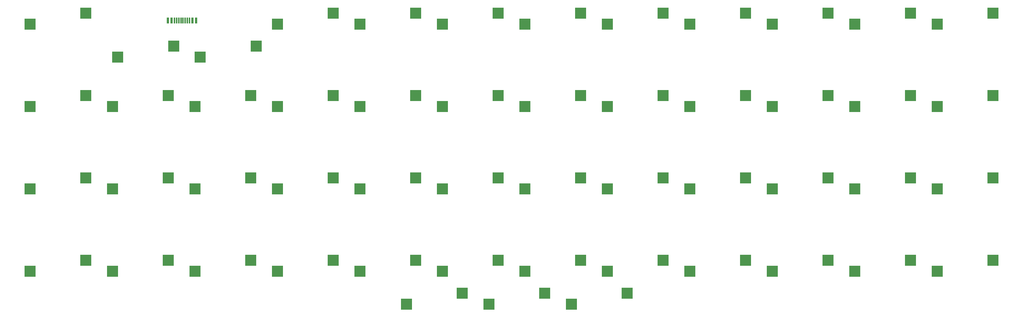
<source format=gbr>
%TF.GenerationSoftware,KiCad,Pcbnew,(6.0.6)*%
%TF.CreationDate,2023-05-08T18:03:42+05:30*%
%TF.ProjectId,Contra,436f6e74-7261-42e6-9b69-6361645f7063,rev?*%
%TF.SameCoordinates,Original*%
%TF.FileFunction,Paste,Bot*%
%TF.FilePolarity,Positive*%
%FSLAX46Y46*%
G04 Gerber Fmt 4.6, Leading zero omitted, Abs format (unit mm)*
G04 Created by KiCad (PCBNEW (6.0.6)) date 2023-05-08 18:03:42*
%MOMM*%
%LPD*%
G01*
G04 APERTURE LIST*
%ADD10R,2.550000X2.500000*%
%ADD11R,0.600000X1.450000*%
%ADD12R,0.300000X1.450000*%
G04 APERTURE END LIST*
D10*
%TO.C,MX1*%
X31015000Y-35560000D03*
X43942000Y-33020000D03*
%TD*%
%TO.C,MX4*%
X88165000Y-35560000D03*
X101092000Y-33020000D03*
%TD*%
%TO.C,MX5*%
X107215000Y-35560000D03*
X120142000Y-33020000D03*
%TD*%
%TO.C,MX6*%
X126265000Y-35560000D03*
X139192000Y-33020000D03*
%TD*%
%TO.C,MX7*%
X145315000Y-35560000D03*
X158242000Y-33020000D03*
%TD*%
%TO.C,MX8*%
X164365000Y-35560000D03*
X177292000Y-33020000D03*
%TD*%
%TO.C,MX9*%
X183415000Y-35560000D03*
X196342000Y-33020000D03*
%TD*%
%TO.C,MX10*%
X202465000Y-35560000D03*
X215392000Y-33020000D03*
%TD*%
%TO.C,MX11*%
X221515000Y-35560000D03*
X234442000Y-33020000D03*
%TD*%
%TO.C,MX12*%
X240565000Y-35560000D03*
X253492000Y-33020000D03*
%TD*%
%TO.C,MX13*%
X31015000Y-54610000D03*
X43942000Y-52070000D03*
%TD*%
%TO.C,MX14*%
X50065000Y-54610000D03*
X62992000Y-52070000D03*
%TD*%
%TO.C,MX15*%
X69115000Y-54610000D03*
X82042000Y-52070000D03*
%TD*%
%TO.C,MX16*%
X88165000Y-54610000D03*
X101092000Y-52070000D03*
%TD*%
%TO.C,MX17*%
X107215000Y-54610000D03*
X120142000Y-52070000D03*
%TD*%
%TO.C,MX18*%
X126265000Y-54610000D03*
X139192000Y-52070000D03*
%TD*%
%TO.C,MX19*%
X145315000Y-54610000D03*
X158242000Y-52070000D03*
%TD*%
%TO.C,MX20*%
X164365000Y-54610000D03*
X177292000Y-52070000D03*
%TD*%
%TO.C,MX21*%
X183415000Y-54610000D03*
X196342000Y-52070000D03*
%TD*%
%TO.C,MX22*%
X202465000Y-54610000D03*
X215392000Y-52070000D03*
%TD*%
%TO.C,MX23*%
X221515000Y-54610000D03*
X234442000Y-52070000D03*
%TD*%
%TO.C,MX24*%
X240565000Y-54610000D03*
X253492000Y-52070000D03*
%TD*%
%TO.C,MX25*%
X31015000Y-73660000D03*
X43942000Y-71120000D03*
%TD*%
%TO.C,MX26*%
X50065000Y-73660000D03*
X62992000Y-71120000D03*
%TD*%
%TO.C,MX27*%
X69115000Y-73660000D03*
X82042000Y-71120000D03*
%TD*%
%TO.C,MX28*%
X88165000Y-73660000D03*
X101092000Y-71120000D03*
%TD*%
%TO.C,MX29*%
X107215000Y-73660000D03*
X120142000Y-71120000D03*
%TD*%
%TO.C,MX30*%
X126265000Y-73660000D03*
X139192000Y-71120000D03*
%TD*%
%TO.C,MX31*%
X145315000Y-73660000D03*
X158242000Y-71120000D03*
%TD*%
%TO.C,MX32*%
X164365000Y-73660000D03*
X177292000Y-71120000D03*
%TD*%
%TO.C,MX33*%
X183415000Y-73660000D03*
X196342000Y-71120000D03*
%TD*%
%TO.C,MX34*%
X202465000Y-73660000D03*
X215392000Y-71120000D03*
%TD*%
%TO.C,MX35*%
X221515000Y-73660000D03*
X234442000Y-71120000D03*
%TD*%
%TO.C,MX36*%
X240565000Y-73660000D03*
X253492000Y-71120000D03*
%TD*%
%TO.C,MX37*%
X31015000Y-92710000D03*
X43942000Y-90170000D03*
%TD*%
%TO.C,MX38*%
X50065000Y-92710000D03*
X62992000Y-90170000D03*
%TD*%
%TO.C,MX39*%
X69115000Y-92710000D03*
X82042000Y-90170000D03*
%TD*%
%TO.C,MX40*%
X88165000Y-92710000D03*
X101092000Y-90170000D03*
%TD*%
%TO.C,MX41*%
X107215000Y-92710000D03*
X120142000Y-90170000D03*
%TD*%
%TO.C,MX42*%
X126265000Y-92710000D03*
X139192000Y-90170000D03*
%TD*%
%TO.C,MX43*%
X145315000Y-92710000D03*
X158242000Y-90170000D03*
%TD*%
%TO.C,MX44*%
X164365000Y-92710000D03*
X177292000Y-90170000D03*
%TD*%
%TO.C,MX45*%
X183415000Y-92710000D03*
X196342000Y-90170000D03*
%TD*%
%TO.C,MX46*%
X202465000Y-92710000D03*
X215392000Y-90170000D03*
%TD*%
%TO.C,MX47*%
X221515000Y-92710000D03*
X234442000Y-90170000D03*
%TD*%
%TO.C,MX48*%
X240565000Y-92710000D03*
X253492000Y-90170000D03*
%TD*%
%TO.C,MX49*%
X149960000Y-97790000D03*
X137033000Y-100330000D03*
%TD*%
%TO.C,MX2*%
X64214680Y-40660320D03*
X51287680Y-43200320D03*
%TD*%
%TO.C,MX3*%
X83274840Y-40660320D03*
X70347840Y-43200320D03*
%TD*%
%TO.C,MX43*%
X169015200Y-97786200D03*
X156088200Y-100326200D03*
%TD*%
%TO.C,MX42*%
X130911200Y-97786200D03*
X117984200Y-100326200D03*
%TD*%
D11*
%TO.C,USB-C*%
X62901760Y-34779000D03*
X63701760Y-34779000D03*
D12*
X64901760Y-34779000D03*
X65901760Y-34779000D03*
X66401760Y-34779000D03*
X67401760Y-34779000D03*
D11*
X68601760Y-34779000D03*
X69401760Y-34779000D03*
X69401760Y-34779000D03*
X68601760Y-34779000D03*
D12*
X67901760Y-34779000D03*
X66901760Y-34779000D03*
X65401760Y-34779000D03*
X64401760Y-34779000D03*
D11*
X63701760Y-34779000D03*
X62901760Y-34779000D03*
%TD*%
M02*

</source>
